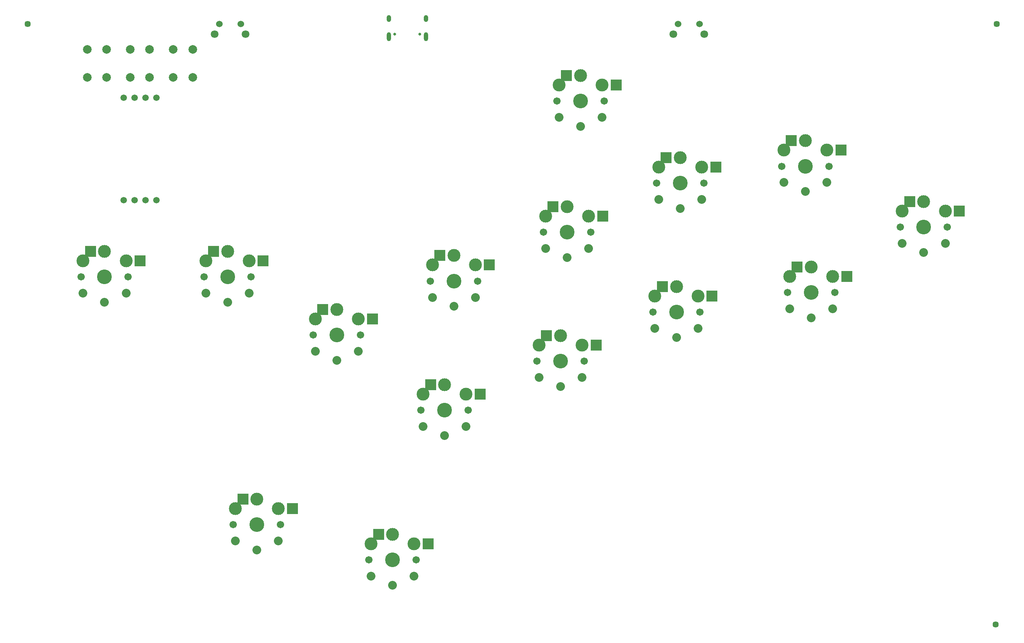
<source format=gbs>
G04 #@! TF.GenerationSoftware,KiCad,Pcbnew,7.0.9*
G04 #@! TF.CreationDate,2023-12-23T20:10:05+09:00*
G04 #@! TF.ProjectId,ergoSHIFT-rev2-kicad,6572676f-5348-4494-9654-2d726576322d,rev?*
G04 #@! TF.SameCoordinates,Original*
G04 #@! TF.FileFunction,Soldermask,Bot*
G04 #@! TF.FilePolarity,Negative*
%FSLAX46Y46*%
G04 Gerber Fmt 4.6, Leading zero omitted, Abs format (unit mm)*
G04 Created by KiCad (PCBNEW 7.0.9) date 2023-12-23 20:10:05*
%MOMM*%
%LPD*%
G01*
G04 APERTURE LIST*
%ADD10C,0.650000*%
%ADD11O,1.000000X2.100000*%
%ADD12O,1.000000X1.600000*%
%ADD13C,1.524000*%
%ADD14C,1.800000*%
%ADD15C,1.701800*%
%ADD16C,3.000000*%
%ADD17C,3.429000*%
%ADD18R,2.600000X2.600000*%
%ADD19C,2.032000*%
%ADD20C,1.448000*%
%ADD21C,1.500000*%
%ADD22C,2.000000*%
G04 APERTURE END LIST*
D10*
X145094000Y-56190000D03*
X139314000Y-56190000D03*
D11*
X146524000Y-56720000D03*
D12*
X146524000Y-52540000D03*
D11*
X137884000Y-56720000D03*
D12*
X137884000Y-52540000D03*
D13*
X205200000Y-53750000D03*
X210200000Y-53750000D03*
D14*
X204100000Y-56150000D03*
X211300000Y-56150000D03*
D15*
X145390000Y-143810000D03*
D16*
X145890000Y-140060000D03*
X150890000Y-137860000D03*
D17*
X150890000Y-143810000D03*
D16*
X155890000Y-140060000D03*
D15*
X156390000Y-143810000D03*
D18*
X147615000Y-137860000D03*
D19*
X150890000Y-149710000D03*
X145890000Y-147610000D03*
X155890000Y-147610000D03*
D18*
X159165000Y-140060000D03*
D15*
X200250000Y-90880000D03*
D16*
X200750000Y-87130000D03*
X205750000Y-84930000D03*
D17*
X205750000Y-90880000D03*
D16*
X210750000Y-87130000D03*
D15*
X211250000Y-90880000D03*
D18*
X202475000Y-84930000D03*
D19*
X205750000Y-96780000D03*
X200750000Y-94680000D03*
X210750000Y-94680000D03*
D18*
X214025000Y-87130000D03*
D20*
X279108000Y-193764000D03*
D21*
X76190000Y-71000000D03*
X76190000Y-94876000D03*
X78730000Y-71000000D03*
X78730000Y-94876000D03*
X81270000Y-71000000D03*
X81270000Y-94876000D03*
X83810000Y-71000000D03*
X83810000Y-94876000D03*
D22*
X72250000Y-59750000D03*
X72250000Y-66250000D03*
X67750000Y-59750000D03*
X67750000Y-66250000D03*
X82250000Y-59750000D03*
X82250000Y-66250000D03*
X77750000Y-59750000D03*
X77750000Y-66250000D03*
D15*
X66250000Y-112750000D03*
D16*
X66750000Y-109000000D03*
X71750000Y-106800000D03*
D17*
X71750000Y-112750000D03*
D16*
X76750000Y-109000000D03*
D15*
X77250000Y-112750000D03*
D18*
X68475000Y-106800000D03*
D19*
X71750000Y-118650000D03*
X66750000Y-116550000D03*
X76750000Y-116550000D03*
D18*
X80025000Y-109000000D03*
D20*
X279362000Y-53810000D03*
D22*
X92250000Y-59750000D03*
X92250000Y-66250000D03*
X87750000Y-59750000D03*
X87750000Y-66250000D03*
D15*
X172370000Y-132370000D03*
D16*
X172870000Y-128620000D03*
X177870000Y-126420000D03*
D17*
X177870000Y-132370000D03*
D16*
X182870000Y-128620000D03*
D15*
X183370000Y-132370000D03*
D18*
X174595000Y-126420000D03*
D19*
X177870000Y-138270000D03*
X172870000Y-136170000D03*
X182870000Y-136170000D03*
D18*
X186145000Y-128620000D03*
D15*
X147550000Y-113700000D03*
D16*
X148050000Y-109950000D03*
X153050000Y-107750000D03*
D17*
X153050000Y-113700000D03*
D16*
X158050000Y-109950000D03*
D15*
X158550000Y-113700000D03*
D18*
X149775000Y-107750000D03*
D19*
X153050000Y-119600000D03*
X148050000Y-117500000D03*
X158050000Y-117500000D03*
D18*
X161325000Y-109950000D03*
D15*
X101720000Y-170470000D03*
D16*
X102220000Y-166720000D03*
X107220000Y-164520000D03*
D17*
X107220000Y-170470000D03*
D16*
X112220000Y-166720000D03*
D15*
X112720000Y-170470000D03*
D18*
X103945000Y-164520000D03*
D19*
X107220000Y-176370000D03*
X102220000Y-174270000D03*
X112220000Y-174270000D03*
D18*
X115495000Y-166720000D03*
D15*
X133290000Y-178670000D03*
D16*
X133790000Y-174920000D03*
X138790000Y-172720000D03*
D17*
X138790000Y-178670000D03*
D16*
X143790000Y-174920000D03*
D15*
X144290000Y-178670000D03*
D18*
X135515000Y-172720000D03*
D19*
X138790000Y-184570000D03*
X133790000Y-182470000D03*
X143790000Y-182470000D03*
D18*
X147065000Y-174920000D03*
D15*
X94870000Y-112750000D03*
D16*
X95370000Y-109000000D03*
X100370000Y-106800000D03*
D17*
X100370000Y-112750000D03*
D16*
X105370000Y-109000000D03*
D15*
X105870000Y-112750000D03*
D18*
X97095000Y-106800000D03*
D19*
X100370000Y-118650000D03*
X95370000Y-116550000D03*
X105370000Y-116550000D03*
D18*
X108645000Y-109000000D03*
D13*
X98500000Y-53750000D03*
X103500000Y-53750000D03*
D14*
X97400000Y-56150000D03*
X104600000Y-56150000D03*
D15*
X230720000Y-116390000D03*
D16*
X231220000Y-112640000D03*
X236220000Y-110440000D03*
D17*
X236220000Y-116390000D03*
D16*
X241220000Y-112640000D03*
D15*
X241720000Y-116390000D03*
D18*
X232945000Y-110440000D03*
D19*
X236220000Y-122290000D03*
X231220000Y-120190000D03*
X241220000Y-120190000D03*
D18*
X244495000Y-112640000D03*
D15*
X199350000Y-120930000D03*
D16*
X199850000Y-117180000D03*
X204850000Y-114980000D03*
D17*
X204850000Y-120930000D03*
D16*
X209850000Y-117180000D03*
D15*
X210350000Y-120930000D03*
D18*
X201575000Y-114980000D03*
D19*
X204850000Y-126830000D03*
X199850000Y-124730000D03*
X209850000Y-124730000D03*
D18*
X213125000Y-117180000D03*
D20*
X53810000Y-53810000D03*
D15*
X177040000Y-71750000D03*
D16*
X177540000Y-68000000D03*
X182540000Y-65800000D03*
D17*
X182540000Y-71750000D03*
D16*
X187540000Y-68000000D03*
D15*
X188040000Y-71750000D03*
D18*
X179265000Y-65800000D03*
D19*
X182540000Y-77650000D03*
X177540000Y-75550000D03*
X187540000Y-75550000D03*
D18*
X190815000Y-68000000D03*
D15*
X173900000Y-102290000D03*
D16*
X174400000Y-98540000D03*
X179400000Y-96340000D03*
D17*
X179400000Y-102290000D03*
D16*
X184400000Y-98540000D03*
D15*
X184900000Y-102290000D03*
D18*
X176125000Y-96340000D03*
D19*
X179400000Y-108190000D03*
X174400000Y-106090000D03*
X184400000Y-106090000D03*
D18*
X187675000Y-98540000D03*
D15*
X120320000Y-126290000D03*
D16*
X120820000Y-122540000D03*
X125820000Y-120340000D03*
D17*
X125820000Y-126290000D03*
D16*
X130820000Y-122540000D03*
D15*
X131320000Y-126290000D03*
D18*
X122545000Y-120340000D03*
D19*
X125820000Y-132190000D03*
X120820000Y-130090000D03*
X130820000Y-130090000D03*
D18*
X134095000Y-122540000D03*
D15*
X256920000Y-101110000D03*
D16*
X257420000Y-97360000D03*
X262420000Y-95160000D03*
D17*
X262420000Y-101110000D03*
D16*
X267420000Y-97360000D03*
D15*
X267920000Y-101110000D03*
D18*
X259145000Y-95160000D03*
D19*
X262420000Y-107010000D03*
X257420000Y-104910000D03*
X267420000Y-104910000D03*
D18*
X270695000Y-97360000D03*
D15*
X229350000Y-86940000D03*
D16*
X229850000Y-83190000D03*
X234850000Y-80990000D03*
D17*
X234850000Y-86940000D03*
D16*
X239850000Y-83190000D03*
D15*
X240350000Y-86940000D03*
D18*
X231575000Y-80990000D03*
D19*
X234850000Y-92840000D03*
X229850000Y-90740000D03*
X239850000Y-90740000D03*
D18*
X243125000Y-83190000D03*
M02*

</source>
